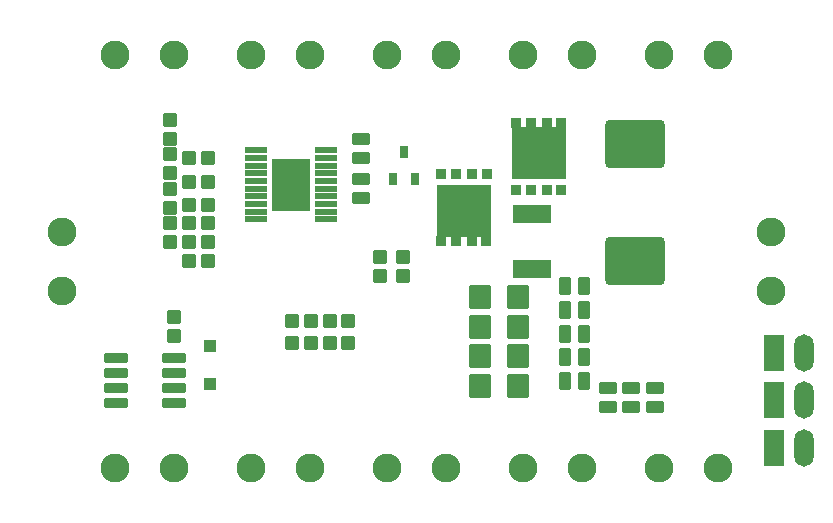
<source format=gts>
G04*
G04 #@! TF.GenerationSoftware,Altium Limited,Altium Designer,21.9.2 (33)*
G04*
G04 Layer_Color=8388736*
%FSLAX25Y25*%
%MOIN*%
G70*
G04*
G04 #@! TF.SameCoordinates,F924B2C3-1D75-45BD-9772-218C77F4F8C2*
G04*
G04*
G04 #@! TF.FilePolarity,Negative*
G04*
G01*
G75*
G04:AMPARAMS|DCode=31|XSize=49.21mil|YSize=45.28mil|CornerRadius=5.91mil|HoleSize=0mil|Usage=FLASHONLY|Rotation=180.000|XOffset=0mil|YOffset=0mil|HoleType=Round|Shape=RoundedRectangle|*
%AMROUNDEDRECTD31*
21,1,0.04921,0.03347,0,0,180.0*
21,1,0.03740,0.04528,0,0,180.0*
1,1,0.01181,-0.01870,0.01673*
1,1,0.01181,0.01870,0.01673*
1,1,0.01181,0.01870,-0.01673*
1,1,0.01181,-0.01870,-0.01673*
%
%ADD31ROUNDEDRECTD31*%
%ADD32R,0.18347X0.17500*%
%ADD33R,0.03248X0.03740*%
G04:AMPARAMS|DCode=34|XSize=49.21mil|YSize=45.28mil|CornerRadius=6.89mil|HoleSize=0mil|Usage=FLASHONLY|Rotation=90.000|XOffset=0mil|YOffset=0mil|HoleType=Round|Shape=RoundedRectangle|*
%AMROUNDEDRECTD34*
21,1,0.04921,0.03150,0,0,90.0*
21,1,0.03543,0.04528,0,0,90.0*
1,1,0.01378,0.01575,0.01772*
1,1,0.01378,0.01575,-0.01772*
1,1,0.01378,-0.01575,-0.01772*
1,1,0.01378,-0.01575,0.01772*
%
%ADD34ROUNDEDRECTD34*%
G04:AMPARAMS|DCode=35|XSize=49.21mil|YSize=45.28mil|CornerRadius=6.89mil|HoleSize=0mil|Usage=FLASHONLY|Rotation=180.000|XOffset=0mil|YOffset=0mil|HoleType=Round|Shape=RoundedRectangle|*
%AMROUNDEDRECTD35*
21,1,0.04921,0.03150,0,0,180.0*
21,1,0.03543,0.04528,0,0,180.0*
1,1,0.01378,-0.01772,0.01575*
1,1,0.01378,0.01772,0.01575*
1,1,0.01378,0.01772,-0.01575*
1,1,0.01378,-0.01772,-0.01575*
%
%ADD35ROUNDEDRECTD35*%
G04:AMPARAMS|DCode=36|XSize=49.21mil|YSize=45.28mil|CornerRadius=5.91mil|HoleSize=0mil|Usage=FLASHONLY|Rotation=90.000|XOffset=0mil|YOffset=0mil|HoleType=Round|Shape=RoundedRectangle|*
%AMROUNDEDRECTD36*
21,1,0.04921,0.03347,0,0,90.0*
21,1,0.03740,0.04528,0,0,90.0*
1,1,0.01181,0.01673,0.01870*
1,1,0.01181,0.01673,-0.01870*
1,1,0.01181,-0.01673,-0.01870*
1,1,0.01181,-0.01673,0.01870*
%
%ADD36ROUNDEDRECTD36*%
G04:AMPARAMS|DCode=37|XSize=29.53mil|YSize=41.34mil|CornerRadius=4.72mil|HoleSize=0mil|Usage=FLASHONLY|Rotation=180.000|XOffset=0mil|YOffset=0mil|HoleType=Round|Shape=RoundedRectangle|*
%AMROUNDEDRECTD37*
21,1,0.02953,0.03189,0,0,180.0*
21,1,0.02008,0.04134,0,0,180.0*
1,1,0.00945,-0.01004,0.01595*
1,1,0.00945,0.01004,0.01595*
1,1,0.00945,0.01004,-0.01595*
1,1,0.00945,-0.01004,-0.01595*
%
%ADD37ROUNDEDRECTD37*%
G04:AMPARAMS|DCode=38|XSize=61.02mil|YSize=41.34mil|CornerRadius=5.61mil|HoleSize=0mil|Usage=FLASHONLY|Rotation=90.000|XOffset=0mil|YOffset=0mil|HoleType=Round|Shape=RoundedRectangle|*
%AMROUNDEDRECTD38*
21,1,0.06102,0.03012,0,0,90.0*
21,1,0.04980,0.04134,0,0,90.0*
1,1,0.01122,0.01506,0.02490*
1,1,0.01122,0.01506,-0.02490*
1,1,0.01122,-0.01506,-0.02490*
1,1,0.01122,-0.01506,0.02490*
%
%ADD38ROUNDEDRECTD38*%
G04:AMPARAMS|DCode=39|XSize=61.02mil|YSize=41.34mil|CornerRadius=5.61mil|HoleSize=0mil|Usage=FLASHONLY|Rotation=180.000|XOffset=0mil|YOffset=0mil|HoleType=Round|Shape=RoundedRectangle|*
%AMROUNDEDRECTD39*
21,1,0.06102,0.03012,0,0,180.0*
21,1,0.04980,0.04134,0,0,180.0*
1,1,0.01122,-0.02490,0.01506*
1,1,0.01122,0.02490,0.01506*
1,1,0.01122,0.02490,-0.01506*
1,1,0.01122,-0.02490,-0.01506*
%
%ADD39ROUNDEDRECTD39*%
G04:AMPARAMS|DCode=40|XSize=80.71mil|YSize=74.8mil|CornerRadius=9.84mil|HoleSize=0mil|Usage=FLASHONLY|Rotation=270.000|XOffset=0mil|YOffset=0mil|HoleType=Round|Shape=RoundedRectangle|*
%AMROUNDEDRECTD40*
21,1,0.08071,0.05512,0,0,270.0*
21,1,0.06102,0.07480,0,0,270.0*
1,1,0.01968,-0.02756,-0.03051*
1,1,0.01968,-0.02756,0.03051*
1,1,0.01968,0.02756,0.03051*
1,1,0.01968,0.02756,-0.03051*
%
%ADD40ROUNDEDRECTD40*%
G04:AMPARAMS|DCode=41|XSize=62.99mil|YSize=127.95mil|CornerRadius=7.23mil|HoleSize=0mil|Usage=FLASHONLY|Rotation=90.000|XOffset=0mil|YOffset=0mil|HoleType=Round|Shape=RoundedRectangle|*
%AMROUNDEDRECTD41*
21,1,0.06299,0.11348,0,0,90.0*
21,1,0.04852,0.12795,0,0,90.0*
1,1,0.01447,0.05674,0.02426*
1,1,0.01447,0.05674,-0.02426*
1,1,0.01447,-0.05674,-0.02426*
1,1,0.01447,-0.05674,0.02426*
%
%ADD41ROUNDEDRECTD41*%
G04:AMPARAMS|DCode=42|XSize=198.82mil|YSize=159.45mil|CornerRadius=14.47mil|HoleSize=0mil|Usage=FLASHONLY|Rotation=0.000|XOffset=0mil|YOffset=0mil|HoleType=Round|Shape=RoundedRectangle|*
%AMROUNDEDRECTD42*
21,1,0.19882,0.13051,0,0,0.0*
21,1,0.16988,0.15945,0,0,0.0*
1,1,0.02894,0.08494,-0.06526*
1,1,0.02894,-0.08494,-0.06526*
1,1,0.02894,-0.08494,0.06526*
1,1,0.02894,0.08494,0.06526*
%
%ADD42ROUNDEDRECTD42*%
G04:AMPARAMS|DCode=43|XSize=34.25mil|YSize=80.71mil|CornerRadius=5.08mil|HoleSize=0mil|Usage=FLASHONLY|Rotation=270.000|XOffset=0mil|YOffset=0mil|HoleType=Round|Shape=RoundedRectangle|*
%AMROUNDEDRECTD43*
21,1,0.03425,0.07055,0,0,270.0*
21,1,0.02410,0.08071,0,0,270.0*
1,1,0.01016,-0.03528,-0.01205*
1,1,0.01016,-0.03528,0.01205*
1,1,0.01016,0.03528,0.01205*
1,1,0.01016,0.03528,-0.01205*
%
%ADD43ROUNDEDRECTD43*%
%ADD44R,0.04331X0.04134*%
%ADD45R,0.07638X0.02284*%
%ADD46R,0.13005X0.17729*%
G04:AMPARAMS|DCode=47|XSize=76.38mil|YSize=22.84mil|CornerRadius=5.22mil|HoleSize=0mil|Usage=FLASHONLY|Rotation=0.000|XOffset=0mil|YOffset=0mil|HoleType=Round|Shape=RoundedRectangle|*
%AMROUNDEDRECTD47*
21,1,0.07638,0.01240,0,0,0.0*
21,1,0.06594,0.02284,0,0,0.0*
1,1,0.01043,0.03297,-0.00620*
1,1,0.01043,-0.03297,-0.00620*
1,1,0.01043,-0.03297,0.00620*
1,1,0.01043,0.03297,0.00620*
%
%ADD47ROUNDEDRECTD47*%
%ADD48R,0.06528X0.12465*%
%ADD49O,0.06528X0.12465*%
%ADD50C,0.00591*%
%ADD51C,0.09646*%
D31*
X135433Y100000D02*
D03*
Y93701D02*
D03*
X143307Y93701D02*
D03*
Y100000D02*
D03*
X65472Y105020D02*
D03*
Y111319D02*
D03*
Y127854D02*
D03*
Y134153D02*
D03*
X65472Y116437D02*
D03*
Y122736D02*
D03*
X65472Y139272D02*
D03*
Y145571D02*
D03*
X71772Y111319D02*
D03*
Y105020D02*
D03*
X66929Y73721D02*
D03*
Y80020D02*
D03*
D32*
X163455Y115246D02*
D03*
X188425Y134754D02*
D03*
D33*
X155907Y105310D02*
D03*
X160856D02*
D03*
X166053D02*
D03*
X171002D02*
D03*
X171004Y127559D02*
D03*
X166053D02*
D03*
X160856D02*
D03*
X155905D02*
D03*
X185827Y144690D02*
D03*
X180878D02*
D03*
X180876Y122441D02*
D03*
X185827D02*
D03*
X191024D02*
D03*
Y144690D02*
D03*
X195972D02*
D03*
X195974Y122441D02*
D03*
D34*
X71772Y117224D02*
D03*
X78071D02*
D03*
Y125098D02*
D03*
X71772D02*
D03*
Y98720D02*
D03*
X78071D02*
D03*
X124988Y71228D02*
D03*
X118689D02*
D03*
X118689Y78708D02*
D03*
X124988D02*
D03*
D35*
X78071Y105020D02*
D03*
Y111319D02*
D03*
D36*
X78071Y132972D02*
D03*
X71772D02*
D03*
X106090Y78708D02*
D03*
X112390D02*
D03*
X106090Y71228D02*
D03*
X112390D02*
D03*
D37*
X143504Y135039D02*
D03*
X147244Y125984D02*
D03*
X139764D02*
D03*
D38*
X203642Y58661D02*
D03*
X197146D02*
D03*
X203642Y90158D02*
D03*
X197146D02*
D03*
Y66535D02*
D03*
X203642D02*
D03*
X197146Y82284D02*
D03*
X203642D02*
D03*
X197146Y74410D02*
D03*
X203642D02*
D03*
D39*
X211417Y56398D02*
D03*
Y49902D02*
D03*
X219291Y56398D02*
D03*
Y49902D02*
D03*
X227165Y56398D02*
D03*
Y49902D02*
D03*
X129252Y139370D02*
D03*
Y132874D02*
D03*
Y119488D02*
D03*
Y125984D02*
D03*
D40*
X181496Y86614D02*
D03*
X168898D02*
D03*
X181496Y76772D02*
D03*
X168898D02*
D03*
X181496Y66929D02*
D03*
X168898D02*
D03*
X181496Y57087D02*
D03*
X168898D02*
D03*
D41*
X186221Y95866D02*
D03*
Y114370D02*
D03*
D42*
X220472Y98622D02*
D03*
Y137598D02*
D03*
D43*
X47441Y66243D02*
D03*
Y61243D02*
D03*
Y56243D02*
D03*
Y51243D02*
D03*
X66732D02*
D03*
Y56243D02*
D03*
Y61243D02*
D03*
Y66243D02*
D03*
D44*
X78740Y57776D02*
D03*
Y70177D02*
D03*
D45*
X94213Y135531D02*
D03*
D46*
X105905Y124016D02*
D03*
D47*
X117598Y135531D02*
D03*
Y132973D02*
D03*
Y130413D02*
D03*
Y127854D02*
D03*
Y125295D02*
D03*
Y122736D02*
D03*
Y120177D02*
D03*
Y117618D02*
D03*
Y115059D02*
D03*
Y112500D02*
D03*
X94213D02*
D03*
Y115059D02*
D03*
Y117618D02*
D03*
Y122736D02*
D03*
Y120177D02*
D03*
Y125295D02*
D03*
Y127854D02*
D03*
Y130413D02*
D03*
Y132973D02*
D03*
D48*
X266772Y36220D02*
D03*
X266732Y52165D02*
D03*
Y67913D02*
D03*
D49*
X276772Y36220D02*
D03*
X276732Y52165D02*
D03*
Y67913D02*
D03*
D50*
X279528Y15748D02*
D03*
X15748D02*
D03*
X279528Y181102D02*
D03*
X15748D02*
D03*
D51*
X265748Y108268D02*
D03*
Y88583D02*
D03*
X202756Y167323D02*
D03*
X183071D02*
D03*
X228346D02*
D03*
X248031D02*
D03*
X228346Y29528D02*
D03*
X248031D02*
D03*
X112205D02*
D03*
X66929D02*
D03*
X47244D02*
D03*
X92520D02*
D03*
X137795Y167323D02*
D03*
X157480D02*
D03*
X47244D02*
D03*
X66929D02*
D03*
X137795Y29528D02*
D03*
X157480D02*
D03*
X112205Y167323D02*
D03*
X92520D02*
D03*
X183071Y29528D02*
D03*
X202756D02*
D03*
X29528Y88583D02*
D03*
Y108268D02*
D03*
M02*

</source>
